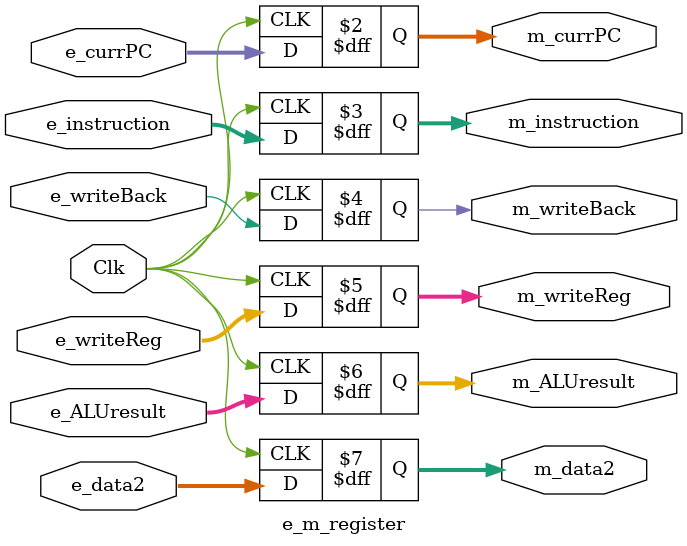
<source format=v>
`timescale 1ns / 1ps
module e_m_register(
    Clk,
    e_currPC,
    m_currPC,
    e_instruction,
    m_instruction,
    e_writeBack,
    m_writeBack,
    e_writeReg,
    m_writeReg,
    e_ALUresult,
    m_ALUresult,
    e_data2,
    m_data2
);

    input Clk;

    input [31:0] e_currPC;
    output reg [31:0] m_currPC;

    input [31:0] e_instruction;
    output reg [31:0] m_instruction;

    input e_writeBack;
    output reg m_writeBack;

    input [4:0] e_writeReg;
    output reg [4:0] m_writeReg;

    input [31:0] e_ALUresult;
    output reg [31:0] m_ALUresult;

    input [31:0] e_data2;
    output reg [31:0] m_data2;

    always@(posedge Clk)begin
        m_currPC <= e_currPC;
        m_instruction <= e_instruction;
        m_data2 <= e_data2;
        m_writeBack <= e_writeBack;
        m_writeReg <= e_writeReg;
        m_ALUresult <= e_ALUresult;
    end
    
endmodule
</source>
